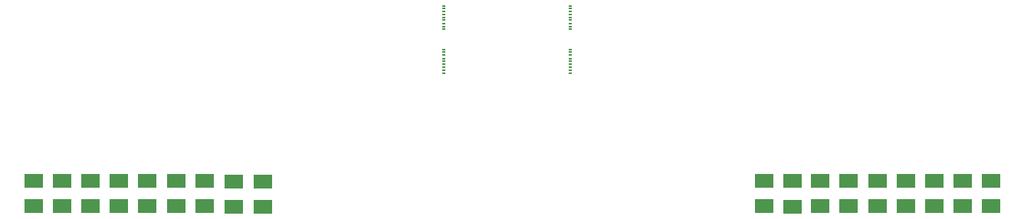
<source format=gbr>
G04 EAGLE Gerber RS-274X export*
G75*
%MOMM*%
%FSLAX34Y34*%
%LPD*%
%INSolderpaste Top*%
%IPPOS*%
%AMOC8*
5,1,8,0,0,1.08239X$1,22.5*%
G01*
%ADD10R,2.000000X1.600000*%
%ADD11R,0.304800X0.152400*%


D10*
X425440Y617220D03*
X425440Y589220D03*
X362460Y617200D03*
X362460Y589200D03*
X456900Y617070D03*
X456900Y589070D03*
X393630Y617160D03*
X393630Y589160D03*
X489150Y616790D03*
X489150Y588790D03*
X299260Y617220D03*
X299260Y589220D03*
X521160Y616820D03*
X521160Y588820D03*
X330660Y617220D03*
X330660Y589220D03*
X267960Y617520D03*
X267960Y589520D03*
D11*
X721360Y811530D03*
X721360Y753050D03*
X721360Y795570D03*
X721360Y757010D03*
X721360Y788610D03*
X721360Y760030D03*
X721360Y791610D03*
X721360Y750050D03*
X721360Y785610D03*
X721370Y763050D03*
X721360Y740090D03*
X721360Y808530D03*
X721360Y743090D03*
X721360Y805530D03*
X721360Y747050D03*
X721360Y801570D03*
X721360Y737090D03*
X721360Y798570D03*
X861290Y785610D03*
X861290Y740130D03*
D10*
X1231510Y617250D03*
X1231510Y589250D03*
D11*
X861280Y788610D03*
X861290Y743130D03*
D10*
X1168140Y617180D03*
X1168140Y589180D03*
D11*
X861300Y795570D03*
X861290Y747090D03*
D10*
X1263020Y617130D03*
X1263020Y589130D03*
D11*
X861290Y791610D03*
X861290Y750090D03*
D10*
X1137310Y617040D03*
X1137310Y589040D03*
D11*
X861310Y801570D03*
X861290Y737130D03*
D10*
X1200060Y617270D03*
X1200060Y589270D03*
D11*
X861310Y805530D03*
X861290Y757050D03*
D10*
X1106190Y616930D03*
X1106190Y588930D03*
D11*
X861310Y808530D03*
X861290Y760050D03*
D10*
X1325780Y616990D03*
X1325780Y588990D03*
D11*
X861320Y811520D03*
X861290Y763050D03*
D10*
X1075100Y617030D03*
X1075100Y589030D03*
D11*
X861304Y798570D03*
X861290Y753090D03*
D10*
X1294670Y617090D03*
X1294670Y589090D03*
M02*

</source>
